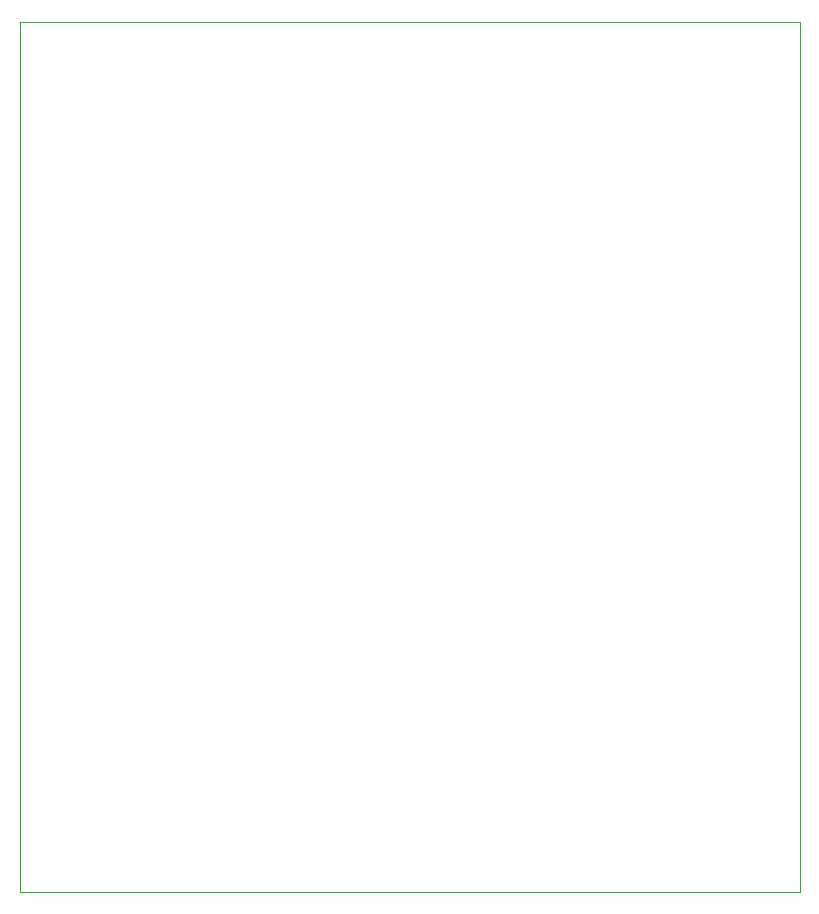
<source format=gbr>
G04 #@! TF.GenerationSoftware,KiCad,Pcbnew,(5.99.0-9618-g5ca7a2c457)*
G04 #@! TF.CreationDate,2021-03-10T23:01:38-05:00*
G04 #@! TF.ProjectId,PCB,5043422e-6b69-4636-9164-5f7063625858,rev?*
G04 #@! TF.SameCoordinates,Original*
G04 #@! TF.FileFunction,Profile,NP*
%FSLAX46Y46*%
G04 Gerber Fmt 4.6, Leading zero omitted, Abs format (unit mm)*
G04 Created by KiCad (PCBNEW (5.99.0-9618-g5ca7a2c457)) date 2021-03-10 23:01:38*
%MOMM*%
%LPD*%
G01*
G04 APERTURE LIST*
G04 #@! TA.AperFunction,Profile*
%ADD10C,0.050000*%
G04 #@! TD*
G04 APERTURE END LIST*
D10*
X101600000Y-95250000D02*
X101600000Y-151130000D01*
X167640000Y-77470000D02*
X167640000Y-95250000D01*
X101600000Y-95250000D02*
X101600000Y-77470000D01*
X101600000Y-77470000D02*
X133350000Y-77470000D01*
X133350000Y-77470000D02*
X167640000Y-77470000D01*
X101600000Y-151130000D02*
X167640000Y-151130000D01*
X167640000Y-151130000D02*
X167640000Y-95250000D01*
M02*

</source>
